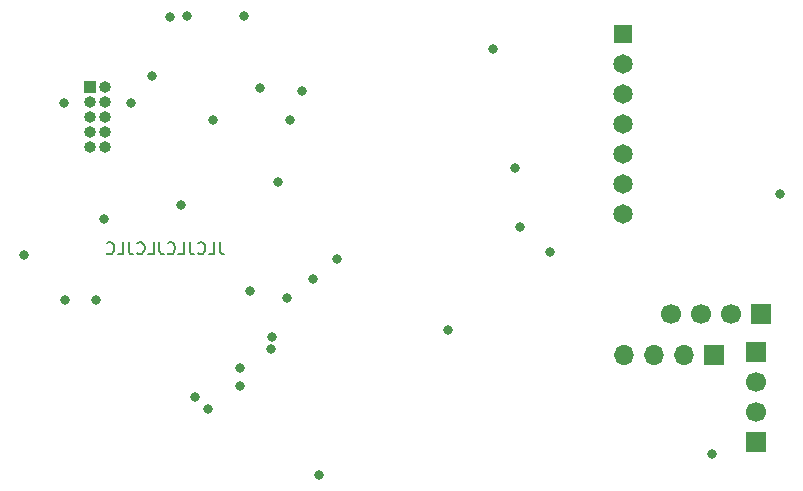
<source format=gbs>
%TF.GenerationSoftware,KiCad,Pcbnew,7.0.1*%
%TF.CreationDate,2023-03-22T16:32:41+01:00*%
%TF.ProjectId,iaq_device,6961715f-6465-4766-9963-652e6b696361,rev?*%
%TF.SameCoordinates,Original*%
%TF.FileFunction,Soldermask,Bot*%
%TF.FilePolarity,Negative*%
%FSLAX46Y46*%
G04 Gerber Fmt 4.6, Leading zero omitted, Abs format (unit mm)*
G04 Created by KiCad (PCBNEW 7.0.1) date 2023-03-22 16:32:41*
%MOMM*%
%LPD*%
G01*
G04 APERTURE LIST*
%ADD10C,0.150000*%
%ADD11R,1.000000X1.000000*%
%ADD12O,1.000000X1.000000*%
%ADD13R,1.700000X1.700000*%
%ADD14C,1.700000*%
%ADD15O,1.700000X1.700000*%
%ADD16R,1.650000X1.650000*%
%ADD17C,1.650000*%
%ADD18C,0.800000*%
G04 APERTURE END LIST*
D10*
X117096190Y-95337619D02*
X117096190Y-96051904D01*
X117096190Y-96051904D02*
X117143809Y-96194761D01*
X117143809Y-96194761D02*
X117239047Y-96290000D01*
X117239047Y-96290000D02*
X117381904Y-96337619D01*
X117381904Y-96337619D02*
X117477142Y-96337619D01*
X116143809Y-96337619D02*
X116619999Y-96337619D01*
X116619999Y-96337619D02*
X116619999Y-95337619D01*
X115239047Y-96242380D02*
X115286666Y-96290000D01*
X115286666Y-96290000D02*
X115429523Y-96337619D01*
X115429523Y-96337619D02*
X115524761Y-96337619D01*
X115524761Y-96337619D02*
X115667618Y-96290000D01*
X115667618Y-96290000D02*
X115762856Y-96194761D01*
X115762856Y-96194761D02*
X115810475Y-96099523D01*
X115810475Y-96099523D02*
X115858094Y-95909047D01*
X115858094Y-95909047D02*
X115858094Y-95766190D01*
X115858094Y-95766190D02*
X115810475Y-95575714D01*
X115810475Y-95575714D02*
X115762856Y-95480476D01*
X115762856Y-95480476D02*
X115667618Y-95385238D01*
X115667618Y-95385238D02*
X115524761Y-95337619D01*
X115524761Y-95337619D02*
X115429523Y-95337619D01*
X115429523Y-95337619D02*
X115286666Y-95385238D01*
X115286666Y-95385238D02*
X115239047Y-95432857D01*
X114524761Y-95337619D02*
X114524761Y-96051904D01*
X114524761Y-96051904D02*
X114572380Y-96194761D01*
X114572380Y-96194761D02*
X114667618Y-96290000D01*
X114667618Y-96290000D02*
X114810475Y-96337619D01*
X114810475Y-96337619D02*
X114905713Y-96337619D01*
X113572380Y-96337619D02*
X114048570Y-96337619D01*
X114048570Y-96337619D02*
X114048570Y-95337619D01*
X112667618Y-96242380D02*
X112715237Y-96290000D01*
X112715237Y-96290000D02*
X112858094Y-96337619D01*
X112858094Y-96337619D02*
X112953332Y-96337619D01*
X112953332Y-96337619D02*
X113096189Y-96290000D01*
X113096189Y-96290000D02*
X113191427Y-96194761D01*
X113191427Y-96194761D02*
X113239046Y-96099523D01*
X113239046Y-96099523D02*
X113286665Y-95909047D01*
X113286665Y-95909047D02*
X113286665Y-95766190D01*
X113286665Y-95766190D02*
X113239046Y-95575714D01*
X113239046Y-95575714D02*
X113191427Y-95480476D01*
X113191427Y-95480476D02*
X113096189Y-95385238D01*
X113096189Y-95385238D02*
X112953332Y-95337619D01*
X112953332Y-95337619D02*
X112858094Y-95337619D01*
X112858094Y-95337619D02*
X112715237Y-95385238D01*
X112715237Y-95385238D02*
X112667618Y-95432857D01*
X111953332Y-95337619D02*
X111953332Y-96051904D01*
X111953332Y-96051904D02*
X112000951Y-96194761D01*
X112000951Y-96194761D02*
X112096189Y-96290000D01*
X112096189Y-96290000D02*
X112239046Y-96337619D01*
X112239046Y-96337619D02*
X112334284Y-96337619D01*
X111000951Y-96337619D02*
X111477141Y-96337619D01*
X111477141Y-96337619D02*
X111477141Y-95337619D01*
X110096189Y-96242380D02*
X110143808Y-96290000D01*
X110143808Y-96290000D02*
X110286665Y-96337619D01*
X110286665Y-96337619D02*
X110381903Y-96337619D01*
X110381903Y-96337619D02*
X110524760Y-96290000D01*
X110524760Y-96290000D02*
X110619998Y-96194761D01*
X110619998Y-96194761D02*
X110667617Y-96099523D01*
X110667617Y-96099523D02*
X110715236Y-95909047D01*
X110715236Y-95909047D02*
X110715236Y-95766190D01*
X110715236Y-95766190D02*
X110667617Y-95575714D01*
X110667617Y-95575714D02*
X110619998Y-95480476D01*
X110619998Y-95480476D02*
X110524760Y-95385238D01*
X110524760Y-95385238D02*
X110381903Y-95337619D01*
X110381903Y-95337619D02*
X110286665Y-95337619D01*
X110286665Y-95337619D02*
X110143808Y-95385238D01*
X110143808Y-95385238D02*
X110096189Y-95432857D01*
X109381903Y-95337619D02*
X109381903Y-96051904D01*
X109381903Y-96051904D02*
X109429522Y-96194761D01*
X109429522Y-96194761D02*
X109524760Y-96290000D01*
X109524760Y-96290000D02*
X109667617Y-96337619D01*
X109667617Y-96337619D02*
X109762855Y-96337619D01*
X108429522Y-96337619D02*
X108905712Y-96337619D01*
X108905712Y-96337619D02*
X108905712Y-95337619D01*
X107524760Y-96242380D02*
X107572379Y-96290000D01*
X107572379Y-96290000D02*
X107715236Y-96337619D01*
X107715236Y-96337619D02*
X107810474Y-96337619D01*
X107810474Y-96337619D02*
X107953331Y-96290000D01*
X107953331Y-96290000D02*
X108048569Y-96194761D01*
X108048569Y-96194761D02*
X108096188Y-96099523D01*
X108096188Y-96099523D02*
X108143807Y-95909047D01*
X108143807Y-95909047D02*
X108143807Y-95766190D01*
X108143807Y-95766190D02*
X108096188Y-95575714D01*
X108096188Y-95575714D02*
X108048569Y-95480476D01*
X108048569Y-95480476D02*
X107953331Y-95385238D01*
X107953331Y-95385238D02*
X107810474Y-95337619D01*
X107810474Y-95337619D02*
X107715236Y-95337619D01*
X107715236Y-95337619D02*
X107572379Y-95385238D01*
X107572379Y-95385238D02*
X107524760Y-95432857D01*
D11*
X106070000Y-82210000D03*
D12*
X107340000Y-82210000D03*
X106070000Y-83480000D03*
X107340000Y-83480000D03*
X106070000Y-84750000D03*
X107340000Y-84750000D03*
X106070000Y-86020000D03*
X107340000Y-86020000D03*
X106070000Y-87290000D03*
X107340000Y-87290000D03*
D13*
X162940000Y-101400000D03*
D14*
X160400000Y-101400000D03*
X157860000Y-101400000D03*
X155320000Y-101400000D03*
D13*
X158950000Y-104882000D03*
D15*
X156410000Y-104882000D03*
X153870000Y-104882000D03*
X151330000Y-104882000D03*
D13*
X162510000Y-112260000D03*
D14*
X162510000Y-109720000D03*
X162510000Y-107180000D03*
D13*
X162510000Y-104640000D03*
D16*
X151230000Y-77672500D03*
D17*
X151230000Y-80212500D03*
X151230000Y-82752500D03*
X151230000Y-85292500D03*
X151230000Y-87832500D03*
X151230000Y-90372500D03*
X151230000Y-92912500D03*
D18*
X124090000Y-82530000D03*
X111370000Y-81230000D03*
X119670000Y-99480000D03*
X121540000Y-103370000D03*
X121440000Y-104360000D03*
X136450000Y-102770000D03*
X100500000Y-96390000D03*
X112900000Y-76250000D03*
X122762273Y-100082273D03*
X140250000Y-79000000D03*
X114300000Y-76200000D03*
X120500000Y-82250000D03*
X145034000Y-96139000D03*
X125500000Y-115000000D03*
X107315000Y-93345000D03*
X116500000Y-85000000D03*
X158750000Y-113250000D03*
X123000000Y-85000000D03*
X113792000Y-92202000D03*
X124968000Y-98425000D03*
X164500000Y-91250000D03*
X103886000Y-83566000D03*
X122000000Y-90250000D03*
X119126000Y-76200000D03*
X104013000Y-100203000D03*
X106631500Y-100251500D03*
X109601000Y-83566000D03*
X142120000Y-89040000D03*
X115010000Y-108410000D03*
X116130000Y-109430000D03*
X142500000Y-94000000D03*
X118764000Y-107471000D03*
X118764000Y-105947000D03*
X127000000Y-96750000D03*
M02*

</source>
